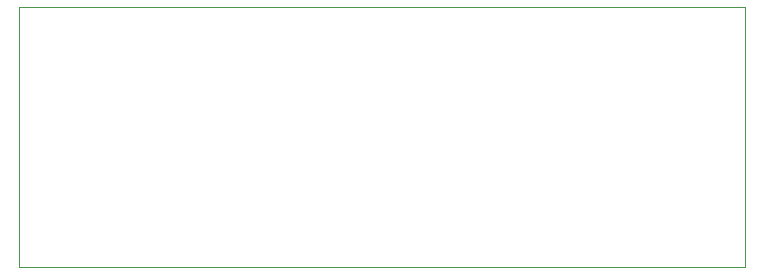
<source format=gbr>
%TF.GenerationSoftware,KiCad,Pcbnew,(2015-04-23 BZR 5622)-product*%
%TF.CreationDate,2015-05-03T00:41:32+02:00*%
%TF.JobID,KIS-3R33S_breakout,4B49532D33523333535F627265616B6F,0.10.a*%
%TF.FileFunction,Profile,NP*%
%FSLAX46Y46*%
G04 Gerber Fmt 4.6, Leading zero omitted, Abs format (unit mm)*
G04 Created by KiCad (PCBNEW (2015-04-23 BZR 5622)-product) date Sun 03 May 2015 12:41:32 AM CEST*
%MOMM*%
G01*
G04 APERTURE LIST*
%ADD10C,0.100000*%
G04 APERTURE END LIST*
D10*
X188500000Y-89000000D02*
X127000000Y-89000000D01*
X188500000Y-111000000D02*
X188500000Y-89000000D01*
X127000000Y-111000000D02*
X188500000Y-111000000D01*
X127000000Y-89000000D02*
X127000000Y-111000000D01*
M02*

</source>
